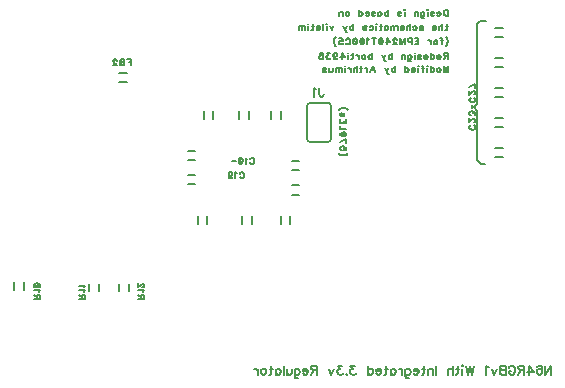
<source format=gbo>
G04 DipTrace 3.3.1.1*
G04 BottomSilk.gbo*
%MOIN*%
G04 #@! TF.FileFunction,Legend,Bot*
G04 #@! TF.Part,Single*
%ADD28C,0.006*%
%ADD47C,0.005*%
%FSLAX26Y26*%
G04*
G70*
G90*
G75*
G01*
G04 BotSilk*
%LPD*%
X1068700Y1062450D2*
D28*
X1093702D1*
X1068700Y1093702D2*
X1093702D1*
X1281202Y931200D2*
Y956202D1*
X1249950Y931200D2*
Y956202D1*
X1440577Y1140576D2*
X1415575D1*
X1440577Y1109324D2*
X1415575D1*
X1240575Y1306202D2*
Y1281200D1*
X1271827Y1306202D2*
Y1281200D1*
X1068700Y1143699D2*
X1093702D1*
X1068700Y1174951D2*
X1093702D1*
X1134327Y931200D2*
Y956202D1*
X1103075Y931200D2*
Y956202D1*
X1409327Y931200D2*
Y956202D1*
X1378075Y931200D2*
Y956202D1*
X1440577Y1059327D2*
X1415575D1*
X1440577Y1028075D2*
X1415575D1*
X1346824Y1306202D2*
Y1281200D1*
X1378076Y1306202D2*
Y1281200D1*
X1121824Y1306202D2*
Y1281200D1*
X1153076Y1306202D2*
Y1281200D1*
X2118702Y1484327D2*
X2093700D1*
X2118702Y1453075D2*
X2093700D1*
X2118702Y1384327D2*
X2093700D1*
X2118702Y1353075D2*
X2093700D1*
X2118702Y1284327D2*
X2093700D1*
X2118702Y1253075D2*
X2093700D1*
X2118702Y1584327D2*
X2093700D1*
X2118702Y1553075D2*
X2093700D1*
X2118702Y1184327D2*
X2093700D1*
X2118702Y1153075D2*
X2093700D1*
X839665Y1403076D2*
X864666D1*
X839665Y1434326D2*
X864666D1*
X1546201Y1213698D2*
Y1323704D1*
X1466201Y1213698D2*
G03X1476201Y1203701I9992J-5D01*
G01*
Y1333701D2*
G03X1466201Y1323704I-8J-9992D01*
G01*
X1536201Y1333701D2*
G02X1546201Y1323704I8J-9992D01*
G01*
Y1213698D2*
G02X1536201Y1203701I-9992J-5D01*
G01*
X1476201D1*
X1536201Y1333701D2*
X1476201D1*
X1466201Y1323704D2*
Y1213698D1*
X490576Y735237D2*
Y710235D1*
X521826Y735237D2*
Y710235D1*
X740576Y731202D2*
Y706200D1*
X771826Y731202D2*
Y706200D1*
X840576Y731202D2*
Y706200D1*
X871826Y731202D2*
Y706200D1*
X2062450Y1606201D2*
X2043701D1*
X2034325Y1596825D1*
Y1331201D1*
X2021825Y1318701D1*
X2034325Y1306201D1*
Y1143701D1*
X2046825Y1131201D1*
X2059325D1*
X2022561Y1258879D2*
D47*
X2024463Y1257928D1*
X2026386Y1256005D1*
X2027337Y1254104D1*
Y1250279D1*
X2026386Y1248356D1*
X2024463Y1246454D1*
X2022561Y1245482D1*
X2019687Y1244531D1*
X2014890D1*
X2012038Y1245482D1*
X2010115Y1246454D1*
X2008213Y1248356D1*
X2007241Y1250279D1*
Y1254104D1*
X2008213Y1256005D1*
X2010115Y1257928D1*
X2012038Y1258879D1*
X2022539Y1269852D2*
X2023490D1*
X2025413Y1270802D1*
X2026364Y1271753D1*
X2027314Y1273676D1*
Y1277501D1*
X2026364Y1279402D1*
X2025413Y1280353D1*
X2023490Y1281326D1*
X2021589D1*
X2019665Y1280353D1*
X2016813Y1278452D1*
X2007241Y1268879D1*
Y1282276D1*
X2027314Y1294200D2*
Y1304701D1*
X2019665Y1298975D1*
Y1301849D1*
X2018714Y1303750D1*
X2017764Y1304701D1*
X2014890Y1305674D1*
X2012989D1*
X2010115Y1304701D1*
X2008191Y1302800D1*
X2007241Y1299925D1*
Y1297051D1*
X2008191Y1294200D1*
X2009164Y1293249D1*
X2011065Y1292276D1*
X2017277Y1315674D2*
Y1326727D1*
X2022561Y1351075D2*
X2024462Y1350125D1*
X2026386Y1348201D1*
X2027337Y1346300D1*
Y1342475D1*
X2026386Y1340552D1*
X2024463Y1338651D1*
X2022561Y1337678D1*
X2019687Y1336727D1*
X2014890D1*
X2012038Y1337678D1*
X2010115Y1338651D1*
X2008213Y1340552D1*
X2007241Y1342475D1*
Y1346300D1*
X2008213Y1348201D1*
X2010115Y1350125D1*
X2012038Y1351075D1*
X2022539Y1362048D2*
X2023490D1*
X2025413Y1362999D1*
X2026364Y1363949D1*
X2027314Y1365873D1*
Y1369697D1*
X2026364Y1371599D1*
X2025413Y1372549D1*
X2023490Y1373522D1*
X2021588D1*
X2019665Y1372549D1*
X2016813Y1370648D1*
X2007241Y1361075D1*
Y1374473D1*
X2007240Y1388297D2*
X2027314Y1397870D1*
Y1384473D1*
X1276152Y1146186D2*
X1277102Y1148087D1*
X1279026Y1150011D1*
X1280927Y1150961D1*
X1284751D1*
X1286675Y1150011D1*
X1288576Y1148087D1*
X1289549Y1146186D1*
X1290499Y1143312D1*
Y1138515D1*
X1289549Y1135663D1*
X1288576Y1133739D1*
X1286675Y1131838D1*
X1284751Y1130865D1*
X1280927D1*
X1279026Y1131838D1*
X1277102Y1133739D1*
X1276152Y1135663D1*
X1266152Y1147114D2*
X1264228Y1148087D1*
X1261354Y1150939D1*
Y1130865D1*
X1245606Y1150939D2*
X1248480Y1149988D1*
X1250403Y1147114D1*
X1251354Y1142339D1*
Y1139465D1*
X1250403Y1134690D1*
X1248480Y1131816D1*
X1245606Y1130865D1*
X1243705D1*
X1240831Y1131816D1*
X1238930Y1134690D1*
X1237957Y1139465D1*
Y1142339D1*
X1238930Y1147114D1*
X1240831Y1149988D1*
X1243705Y1150939D1*
X1245606D1*
X1238930Y1147114D2*
X1250403Y1134690D1*
X1227957Y1140902D2*
X1216903D1*
X1241885Y1098186D2*
X1242835Y1100087D1*
X1244759Y1102011D1*
X1246660Y1102961D1*
X1250484D1*
X1252408Y1102011D1*
X1254309Y1100087D1*
X1255282Y1098186D1*
X1256232Y1095312D1*
Y1090515D1*
X1255282Y1087663D1*
X1254309Y1085739D1*
X1252408Y1083838D1*
X1250484Y1082865D1*
X1246660D1*
X1244759Y1083838D1*
X1242835Y1085739D1*
X1241885Y1087663D1*
X1231885Y1099114D2*
X1229961Y1100087D1*
X1227087Y1102939D1*
Y1082865D1*
X1204640Y1096263D2*
X1205613Y1093389D1*
X1207514Y1091465D1*
X1210388Y1090515D1*
X1211339D1*
X1214213Y1091465D1*
X1216114Y1093389D1*
X1217087Y1096263D1*
Y1097213D1*
X1216114Y1100087D1*
X1214213Y1101988D1*
X1211339Y1102939D1*
X1210388D1*
X1207514Y1101988D1*
X1205613Y1100087D1*
X1204640Y1096263D1*
Y1091465D1*
X1205613Y1086690D1*
X1207514Y1083816D1*
X1210388Y1082865D1*
X1212290D1*
X1215164Y1083816D1*
X1216114Y1085739D1*
X2260429Y458341D2*
Y428197D1*
X2280525Y458341D1*
Y428197D1*
X2233218Y454030D2*
X2234644Y456882D1*
X2238955Y458308D1*
X2241807D1*
X2246118Y456882D1*
X2249003Y452571D1*
X2250429Y445408D1*
Y438245D1*
X2249003Y432508D1*
X2246118Y429623D1*
X2241807Y428197D1*
X2240381D1*
X2236103Y429623D1*
X2233218Y432508D1*
X2231792Y436820D1*
Y438245D1*
X2233218Y442556D1*
X2236103Y445408D1*
X2240381Y446834D1*
X2241807D1*
X2246118Y445408D1*
X2249003Y442556D1*
X2250429Y438245D1*
X2207433Y428197D2*
Y458308D1*
X2221792Y438245D1*
X2200270D1*
X2190270Y443982D2*
X2177370D1*
X2173059Y445442D1*
X2171600Y446868D1*
X2170174Y449719D1*
Y452604D1*
X2171600Y455456D1*
X2173059Y456916D1*
X2177370Y458341D1*
X2190270D1*
Y428197D1*
X2180222Y443982D2*
X2170174Y428197D1*
X2138652Y451179D2*
X2140078Y454030D1*
X2142963Y456916D1*
X2145815Y458341D1*
X2151552D1*
X2154437Y456916D1*
X2157289Y454030D1*
X2158748Y451179D1*
X2160174Y446868D1*
Y439671D1*
X2158748Y435394D1*
X2157289Y432508D1*
X2154437Y429657D1*
X2151552Y428197D1*
X2145815D1*
X2142963Y429657D1*
X2140078Y432508D1*
X2138652Y435394D1*
Y439671D1*
X2145815D1*
X2128652Y458341D2*
Y428197D1*
X2115719D1*
X2111408Y429657D1*
X2109982Y431083D1*
X2108556Y433934D1*
Y438245D1*
X2109982Y441131D1*
X2111408Y442556D1*
X2115719Y443982D1*
X2111408Y445442D1*
X2109982Y446868D1*
X2108556Y449719D1*
Y452604D1*
X2109982Y455456D1*
X2111408Y456916D1*
X2115719Y458341D1*
X2128652D1*
Y443982D2*
X2115719D1*
X2098556Y448293D2*
X2089934Y428197D1*
X2081345Y448293D1*
X2071345Y452571D2*
X2068460Y454030D1*
X2064149Y458308D1*
Y428197D1*
X2024252Y458341D2*
X2017056Y428197D1*
X2009893Y458341D1*
X2002730Y428197D1*
X1995534Y458341D1*
X1985534D2*
X1984108Y456916D1*
X1982649Y458341D1*
X1984108Y459801D1*
X1985534Y458341D1*
X1984108Y448293D2*
Y428197D1*
X1968338Y458341D2*
Y433934D1*
X1966912Y429657D1*
X1964027Y428197D1*
X1961175D1*
X1972649Y448293D2*
X1962601D1*
X1951175Y458341D2*
Y428197D1*
Y442556D2*
X1946864Y446868D1*
X1943979Y448293D1*
X1939668D1*
X1936816Y446868D1*
X1935390Y442556D1*
Y428197D1*
X1895493Y458341D2*
Y428197D1*
X1885493Y448293D2*
Y428197D1*
Y442556D2*
X1881182Y446868D1*
X1878297Y448293D1*
X1874019D1*
X1871134Y446868D1*
X1869708Y442556D1*
Y428197D1*
X1855397Y458341D2*
Y433934D1*
X1853971Y429657D1*
X1851086Y428197D1*
X1848234D1*
X1859708Y448293D2*
X1849660D1*
X1838234Y439671D2*
X1821023D1*
Y442556D1*
X1822449Y445442D1*
X1823875Y446868D1*
X1826760Y448293D1*
X1831071D1*
X1833923Y446868D1*
X1836808Y443982D1*
X1838234Y439671D1*
Y436820D1*
X1836808Y432508D1*
X1833923Y429657D1*
X1831071Y428197D1*
X1826760D1*
X1823875Y429657D1*
X1821023Y432508D1*
X1793812Y446868D2*
Y423886D1*
X1795238Y419609D1*
X1796664Y418149D1*
X1799549Y416724D1*
X1803860D1*
X1806712Y418149D1*
X1793812Y442556D2*
X1796664Y445408D1*
X1799549Y446868D1*
X1803860D1*
X1806712Y445408D1*
X1809597Y442556D1*
X1811023Y438245D1*
Y435360D1*
X1809597Y431083D1*
X1806712Y428197D1*
X1803860Y426772D1*
X1799549D1*
X1796664Y428197D1*
X1793812Y431083D1*
X1783812Y448293D2*
Y428197D1*
Y439671D2*
X1782353Y443982D1*
X1779501Y446868D1*
X1776616Y448293D1*
X1772305D1*
X1745094D2*
Y428197D1*
Y443982D2*
X1747946Y446868D1*
X1750831Y448293D1*
X1755109D1*
X1757994Y446868D1*
X1760846Y443982D1*
X1762305Y439671D1*
Y436820D1*
X1760846Y432508D1*
X1757994Y429657D1*
X1755109Y428197D1*
X1750831D1*
X1747946Y429657D1*
X1745094Y432508D1*
X1730783Y458341D2*
Y433934D1*
X1729357Y429657D1*
X1726472Y428197D1*
X1723620D1*
X1735094Y448293D2*
X1725046D1*
X1713620Y439671D2*
X1696409D1*
Y442556D1*
X1697835Y445442D1*
X1699261Y446868D1*
X1702146Y448293D1*
X1706457D1*
X1709309Y446868D1*
X1712194Y443982D1*
X1713620Y439671D1*
Y436820D1*
X1712194Y432508D1*
X1709309Y429657D1*
X1706457Y428197D1*
X1702146D1*
X1699261Y429657D1*
X1696409Y432508D1*
X1669198Y458341D2*
Y428197D1*
Y443982D2*
X1672050Y446868D1*
X1674935Y448293D1*
X1679246D1*
X1682098Y446868D1*
X1684983Y443982D1*
X1686409Y439671D1*
Y436820D1*
X1684983Y432508D1*
X1682098Y429657D1*
X1679246Y428197D1*
X1674935D1*
X1672050Y429657D1*
X1669198Y432508D1*
X1626416Y458308D2*
X1610664D1*
X1619253Y446834D1*
X1614942D1*
X1612090Y445408D1*
X1610664Y443982D1*
X1609205Y439671D1*
Y436820D1*
X1610664Y432508D1*
X1613516Y429623D1*
X1617827Y428197D1*
X1622138D1*
X1626416Y429623D1*
X1627842Y431083D1*
X1629301Y433934D1*
X1597779Y431083D2*
X1599205Y429623D1*
X1597779Y428197D1*
X1596320Y429623D1*
X1597779Y431083D1*
X1583435Y458308D2*
X1567683D1*
X1576272Y446834D1*
X1571961D1*
X1569109Y445408D1*
X1567683Y443982D1*
X1566224Y439671D1*
Y436820D1*
X1567683Y432508D1*
X1570535Y429623D1*
X1574846Y428197D1*
X1579157D1*
X1583435Y429623D1*
X1584861Y431083D1*
X1586320Y433934D1*
X1556224Y448293D2*
X1547602Y428197D1*
X1539013Y448293D1*
X1499116Y443982D2*
X1486216D1*
X1481905Y445442D1*
X1480446Y446868D1*
X1479020Y449719D1*
Y452604D1*
X1480446Y455456D1*
X1481905Y456916D1*
X1486216Y458341D1*
X1499116D1*
Y428197D1*
X1489068Y443982D2*
X1479020Y428197D1*
X1469020Y439671D2*
X1451809D1*
Y442556D1*
X1453235Y445442D1*
X1454661Y446868D1*
X1457546Y448293D1*
X1461857D1*
X1464709Y446868D1*
X1467594Y443982D1*
X1469020Y439671D1*
Y436820D1*
X1467594Y432508D1*
X1464709Y429657D1*
X1461857Y428197D1*
X1457546D1*
X1454661Y429657D1*
X1451809Y432508D1*
X1424598Y446868D2*
Y423886D1*
X1426024Y419609D1*
X1427450Y418149D1*
X1430335Y416724D1*
X1434646D1*
X1437498Y418149D1*
X1424598Y442556D2*
X1427450Y445408D1*
X1430335Y446868D1*
X1434646D1*
X1437498Y445408D1*
X1440383Y442556D1*
X1441809Y438245D1*
Y435360D1*
X1440383Y431083D1*
X1437498Y428197D1*
X1434646Y426772D1*
X1430335D1*
X1427450Y428197D1*
X1424598Y431083D1*
X1414598Y448293D2*
Y433934D1*
X1413173Y429657D1*
X1410287Y428197D1*
X1405976D1*
X1403125Y429657D1*
X1398813Y433934D1*
Y448293D2*
Y428197D1*
X1388813Y458341D2*
Y428197D1*
X1361603Y448293D2*
Y428197D1*
Y443982D2*
X1364454Y446868D1*
X1367340Y448293D1*
X1371617D1*
X1374502Y446868D1*
X1377354Y443982D1*
X1378813Y439671D1*
Y436820D1*
X1377354Y432508D1*
X1374502Y429657D1*
X1371617Y428197D1*
X1367340D1*
X1364454Y429657D1*
X1361603Y432508D1*
X1347292Y458341D2*
Y433934D1*
X1345866Y429657D1*
X1342981Y428197D1*
X1340129D1*
X1351603Y448293D2*
X1341555D1*
X1322966D2*
X1325818Y446868D1*
X1328703Y443982D1*
X1330129Y439671D1*
Y436820D1*
X1328703Y432508D1*
X1325818Y429657D1*
X1322966Y428197D1*
X1318655D1*
X1315770Y429657D1*
X1312918Y432508D1*
X1311459Y436820D1*
Y439671D1*
X1312918Y443982D1*
X1315770Y446868D1*
X1318655Y448293D1*
X1322966D1*
X1301459D2*
Y428197D1*
Y439671D2*
X1299999Y443982D1*
X1297148Y446868D1*
X1294262Y448293D1*
X1289951D1*
X1507591Y1384966D2*
D28*
Y1362018D1*
X1509017Y1357707D1*
X1510476Y1356281D1*
X1513328Y1354822D1*
X1516213D1*
X1519065Y1356281D1*
X1520491Y1357707D1*
X1521950Y1362018D1*
Y1364870D1*
X1495591Y1379196D2*
X1492706Y1380655D1*
X1488395Y1384933D1*
Y1354822D1*
X1934952Y1490890D2*
D47*
X1926352D1*
X1923478Y1491863D1*
X1922505Y1492813D1*
X1921554Y1494715D1*
Y1496638D1*
X1922505Y1498539D1*
X1923478Y1499512D1*
X1926352Y1500463D1*
X1934952D1*
Y1480367D1*
X1928253Y1490890D2*
X1921554Y1480367D1*
X1911554Y1488016D2*
X1900080D1*
Y1489939D1*
X1901031Y1491863D1*
X1901982Y1492813D1*
X1903905Y1493764D1*
X1906779D1*
X1908680Y1492813D1*
X1910604Y1490890D1*
X1911554Y1488016D1*
Y1486115D1*
X1910604Y1483241D1*
X1908680Y1481339D1*
X1906779Y1480367D1*
X1903905D1*
X1901982Y1481339D1*
X1900080Y1483241D1*
X1878607Y1500463D2*
Y1480367D1*
Y1490890D2*
X1880508Y1492813D1*
X1882431Y1493764D1*
X1885305D1*
X1887206Y1492813D1*
X1889130Y1490890D1*
X1890080Y1488016D1*
Y1486115D1*
X1889130Y1483241D1*
X1887206Y1481339D1*
X1885305Y1480367D1*
X1882431D1*
X1880508Y1481339D1*
X1878607Y1483241D1*
X1868607Y1488016D2*
X1857133D1*
Y1489939D1*
X1858083Y1491863D1*
X1859034Y1492813D1*
X1860957Y1493764D1*
X1863831D1*
X1865732Y1492813D1*
X1867656Y1490890D1*
X1868607Y1488016D1*
Y1486115D1*
X1867656Y1483241D1*
X1865732Y1481339D1*
X1863831Y1480367D1*
X1860957D1*
X1859034Y1481339D1*
X1857133Y1483241D1*
X1836609Y1490890D2*
X1837560Y1492813D1*
X1840434Y1493764D1*
X1843308D1*
X1846182Y1492813D1*
X1847133Y1490890D1*
X1846182Y1488989D1*
X1844259Y1488016D1*
X1839483Y1487065D1*
X1837560Y1486115D1*
X1836609Y1484191D1*
Y1483241D1*
X1837560Y1481339D1*
X1840434Y1480367D1*
X1843308D1*
X1846182Y1481339D1*
X1847133Y1483241D1*
X1826609Y1500463D2*
X1825659Y1499512D1*
X1824686Y1500463D1*
X1825659Y1501435D1*
X1826609Y1500463D1*
X1825659Y1493764D2*
Y1480367D1*
X1803212Y1492813D2*
Y1477493D1*
X1804163Y1474641D1*
X1805113Y1473668D1*
X1807037Y1472717D1*
X1809911D1*
X1811812Y1473668D1*
X1803212Y1489939D2*
X1805113Y1491841D1*
X1807037Y1492813D1*
X1809911D1*
X1811812Y1491841D1*
X1813735Y1489939D1*
X1814686Y1487065D1*
Y1485142D1*
X1813735Y1482290D1*
X1811812Y1480367D1*
X1809911Y1479416D1*
X1807037D1*
X1805113Y1480367D1*
X1803212Y1482290D1*
X1793212Y1493764D2*
Y1480367D1*
Y1489939D2*
X1790338Y1492813D1*
X1788414Y1493764D1*
X1785563D1*
X1783639Y1492813D1*
X1782689Y1489939D1*
Y1480367D1*
X1749424Y1500463D2*
Y1480367D1*
Y1490890D2*
X1747501Y1492813D1*
X1745599Y1493764D1*
X1742725D1*
X1740824Y1492813D1*
X1738901Y1490890D1*
X1737950Y1488016D1*
Y1486115D1*
X1738901Y1483241D1*
X1740824Y1481339D1*
X1742725Y1480367D1*
X1745599D1*
X1747501Y1481339D1*
X1749424Y1483241D1*
X1726977Y1493764D2*
X1721251Y1480367D1*
X1723153Y1476542D1*
X1725076Y1474619D1*
X1726977Y1473668D1*
X1727950D1*
X1715503Y1493764D2*
X1721251Y1480367D1*
X1682239Y1500463D2*
Y1480367D1*
Y1490890D2*
X1680315Y1492813D1*
X1678414Y1493764D1*
X1675540D1*
X1673639Y1492813D1*
X1671715Y1490890D1*
X1670765Y1488016D1*
Y1486115D1*
X1671715Y1483241D1*
X1673639Y1481339D1*
X1675540Y1480367D1*
X1678414D1*
X1680315Y1481339D1*
X1682239Y1483241D1*
X1655989Y1493764D2*
X1657891Y1492813D1*
X1659814Y1490890D1*
X1660765Y1488016D1*
Y1486115D1*
X1659814Y1483241D1*
X1657891Y1481339D1*
X1655989Y1480367D1*
X1653115D1*
X1651192Y1481339D1*
X1649291Y1483241D1*
X1648318Y1486115D1*
Y1488016D1*
X1649291Y1490890D1*
X1651192Y1492813D1*
X1653115Y1493764D1*
X1655989D1*
X1638318D2*
Y1480367D1*
Y1488016D2*
X1637345Y1490890D1*
X1635444Y1492813D1*
X1633520Y1493764D1*
X1630646D1*
X1617772Y1500463D2*
Y1484191D1*
X1616822Y1481339D1*
X1614898Y1480367D1*
X1612997D1*
X1620646Y1493764D2*
X1613948D1*
X1602997Y1500463D2*
X1602047Y1499512D1*
X1601074Y1500463D1*
X1602047Y1501435D1*
X1602997Y1500463D1*
X1602047Y1493764D2*
Y1480367D1*
X1581501D2*
Y1500440D1*
X1591074Y1487065D1*
X1576726D1*
X1554279Y1493764D2*
X1555252Y1490890D1*
X1557153Y1488966D1*
X1560027Y1488016D1*
X1560978D1*
X1563852Y1488966D1*
X1565753Y1490890D1*
X1566726Y1493764D1*
Y1494715D1*
X1565753Y1497589D1*
X1563852Y1499490D1*
X1560978Y1500440D1*
X1560027D1*
X1557153Y1499490D1*
X1555252Y1497589D1*
X1554279Y1493764D1*
Y1488966D1*
X1555252Y1484191D1*
X1557153Y1481317D1*
X1560027Y1480367D1*
X1561928D1*
X1564802Y1481317D1*
X1565753Y1483241D1*
X1542356Y1500440D2*
X1531855D1*
X1537580Y1492791D1*
X1534706D1*
X1532805Y1491841D1*
X1531855Y1490890D1*
X1530882Y1488016D1*
Y1486115D1*
X1531855Y1483241D1*
X1533756Y1481317D1*
X1536630Y1480367D1*
X1539504D1*
X1542356Y1481317D1*
X1543306Y1482290D1*
X1544279Y1484191D1*
X1516107Y1500440D2*
X1518958Y1499490D1*
X1519931Y1497589D1*
Y1495665D1*
X1518958Y1493764D1*
X1517057Y1492791D1*
X1513232Y1491841D1*
X1510358Y1490890D1*
X1508457Y1488966D1*
X1507507Y1487065D1*
Y1484191D1*
X1508457Y1482290D1*
X1509408Y1481317D1*
X1512282Y1480367D1*
X1516107D1*
X1518958Y1481317D1*
X1519931Y1482290D1*
X1520882Y1484191D1*
Y1487065D1*
X1519931Y1488966D1*
X1518008Y1490890D1*
X1515156Y1491841D1*
X1511331Y1492791D1*
X1509408Y1493764D1*
X1508457Y1495665D1*
Y1497589D1*
X1509408Y1499490D1*
X1512282Y1500440D1*
X1516107D1*
X1928252Y1553701D2*
X1930176Y1551800D1*
X1932077Y1548925D1*
X1934000Y1545101D1*
X1934951Y1540303D1*
Y1536479D1*
X1934000Y1531704D1*
X1932077Y1527879D1*
X1930176Y1525005D1*
X1928252Y1523104D1*
X1910603Y1548461D2*
X1912504D1*
X1914428Y1547511D1*
X1915378Y1544637D1*
Y1528365D1*
X1918252Y1541763D2*
X1911554D1*
X1895828D2*
X1897729Y1540812D1*
X1899652Y1538889D1*
X1900603Y1536015D1*
Y1534113D1*
X1899652Y1531239D1*
X1897729Y1529338D1*
X1895828Y1528365D1*
X1892954D1*
X1891030Y1529338D1*
X1889129Y1531239D1*
X1888156Y1534113D1*
Y1536015D1*
X1889129Y1538889D1*
X1891030Y1540812D1*
X1892954Y1541763D1*
X1895828D1*
X1878156D2*
Y1528365D1*
Y1536015D2*
X1877184Y1538889D1*
X1875282Y1540812D1*
X1873359Y1541763D1*
X1870485D1*
X1824796Y1548461D2*
X1837220D1*
Y1528365D1*
X1824796D1*
X1837220Y1538889D2*
X1829571D1*
X1814796Y1537938D2*
X1806174D1*
X1803322Y1538889D1*
X1802349Y1539861D1*
X1801398Y1541763D1*
Y1544637D1*
X1802349Y1546538D1*
X1803322Y1547511D1*
X1806174Y1548461D1*
X1814796D1*
Y1528365D1*
X1776100D2*
Y1548461D1*
X1783749Y1528365D1*
X1791398Y1548461D1*
Y1528365D1*
X1765127Y1543664D2*
Y1544614D1*
X1764176Y1546538D1*
X1763226Y1547488D1*
X1761302Y1548439D1*
X1757478D1*
X1755576Y1547488D1*
X1754626Y1546538D1*
X1753653Y1544614D1*
Y1542713D1*
X1754626Y1540790D1*
X1756527Y1537938D1*
X1766100Y1528365D1*
X1752702D1*
X1733130D2*
Y1548439D1*
X1742702Y1535064D1*
X1728354D1*
X1712606Y1548439D2*
X1715480Y1547488D1*
X1717404Y1544614D1*
X1718354Y1539839D1*
Y1536965D1*
X1717404Y1532190D1*
X1715480Y1529316D1*
X1712606Y1528365D1*
X1710705D1*
X1707831Y1529316D1*
X1705930Y1532190D1*
X1704957Y1536965D1*
Y1539839D1*
X1705930Y1544614D1*
X1707831Y1547488D1*
X1710705Y1548439D1*
X1712606D1*
X1705930Y1544614D2*
X1717404Y1532190D1*
X1688258Y1548461D2*
Y1528365D1*
X1694957Y1548461D2*
X1681560D1*
X1671560Y1544614D2*
X1669636Y1545587D1*
X1666762Y1548439D1*
Y1528365D1*
X1651014Y1548439D2*
X1653888Y1547488D1*
X1655812Y1544614D1*
X1656762Y1539839D1*
Y1536965D1*
X1655812Y1532190D1*
X1653888Y1529316D1*
X1651014Y1528365D1*
X1649113D1*
X1646239Y1529316D1*
X1644338Y1532190D1*
X1643365Y1536965D1*
Y1539839D1*
X1644338Y1544614D1*
X1646239Y1547488D1*
X1649113Y1548439D1*
X1651014D1*
X1644338Y1544614D2*
X1655812Y1532190D1*
X1627617Y1548439D2*
X1630491Y1547488D1*
X1632414Y1544614D1*
X1633365Y1539839D1*
Y1536965D1*
X1632414Y1532190D1*
X1630491Y1529316D1*
X1627617Y1528365D1*
X1625716D1*
X1622842Y1529316D1*
X1620940Y1532190D1*
X1619968Y1536965D1*
Y1539839D1*
X1620940Y1544614D1*
X1622842Y1547488D1*
X1625716Y1548439D1*
X1627617D1*
X1620940Y1544614D2*
X1632414Y1532190D1*
X1595620Y1543686D2*
X1596570Y1545587D1*
X1598494Y1547511D1*
X1600395Y1548461D1*
X1604220D1*
X1606143Y1547511D1*
X1608044Y1545587D1*
X1609017Y1543686D1*
X1609968Y1540812D1*
Y1536015D1*
X1609017Y1533163D1*
X1608044Y1531239D1*
X1606143Y1529338D1*
X1604220Y1528365D1*
X1600395D1*
X1598494Y1529338D1*
X1596570Y1531239D1*
X1595620Y1533163D1*
X1574146Y1548439D2*
X1583696D1*
X1584647Y1539839D1*
X1583696Y1540790D1*
X1580822Y1541763D1*
X1577970D1*
X1575096Y1540790D1*
X1573173Y1538889D1*
X1572222Y1536015D1*
Y1534113D1*
X1573173Y1531239D1*
X1575096Y1529316D1*
X1577970Y1528365D1*
X1580822D1*
X1583696Y1529316D1*
X1584647Y1530289D1*
X1585620Y1532190D1*
X1562222Y1553701D2*
X1560299Y1551800D1*
X1558398Y1548925D1*
X1556474Y1545101D1*
X1555524Y1540303D1*
Y1536479D1*
X1556474Y1531704D1*
X1558398Y1527879D1*
X1560299Y1525005D1*
X1562222Y1523104D1*
X1932077Y1596463D2*
Y1580191D1*
X1931126Y1577339D1*
X1929203Y1576367D1*
X1927301D1*
X1934951Y1589764D2*
X1928252D1*
X1917301Y1596463D2*
Y1576367D1*
Y1585939D2*
X1914427Y1588813D1*
X1912504Y1589764D1*
X1909630D1*
X1907729Y1588813D1*
X1906778Y1585939D1*
Y1576367D1*
X1896778Y1584016D2*
X1885304D1*
Y1585939D1*
X1886255Y1587863D1*
X1887205Y1588813D1*
X1889129Y1589764D1*
X1892003D1*
X1893904Y1588813D1*
X1895827Y1586890D1*
X1896778Y1584016D1*
Y1582115D1*
X1895827Y1579241D1*
X1893904Y1577339D1*
X1892003Y1576367D1*
X1889129D1*
X1887205Y1577339D1*
X1885304Y1579241D1*
X1841516Y1586890D2*
X1842467Y1588813D1*
X1845341Y1589764D1*
X1848215D1*
X1851089Y1588813D1*
X1852039Y1586890D1*
X1851089Y1584989D1*
X1849165Y1584016D1*
X1844390Y1583065D1*
X1842467Y1582115D1*
X1841516Y1580191D1*
Y1579241D1*
X1842467Y1577339D1*
X1845341Y1576367D1*
X1848215D1*
X1851089Y1577339D1*
X1852039Y1579241D1*
X1820020Y1586890D2*
X1821943Y1588813D1*
X1823867Y1589764D1*
X1826719D1*
X1828642Y1588813D1*
X1830543Y1586890D1*
X1831516Y1584016D1*
Y1582115D1*
X1830543Y1579241D1*
X1828642Y1577339D1*
X1826719Y1576367D1*
X1823867D1*
X1821943Y1577339D1*
X1820020Y1579241D1*
X1810020Y1596463D2*
Y1576367D1*
Y1585939D2*
X1807146Y1588813D1*
X1805223Y1589764D1*
X1802349D1*
X1800447Y1588813D1*
X1799497Y1585939D1*
Y1576367D1*
X1789497Y1584016D2*
X1778023D1*
Y1585939D1*
X1778973Y1587863D1*
X1779924Y1588813D1*
X1781847Y1589764D1*
X1784721D1*
X1786623Y1588813D1*
X1788546Y1586890D1*
X1789497Y1584016D1*
Y1582115D1*
X1788546Y1579241D1*
X1786623Y1577339D1*
X1784721Y1576367D1*
X1781847D1*
X1779924Y1577339D1*
X1778023Y1579241D1*
X1768023Y1589764D2*
Y1576367D1*
Y1585939D2*
X1765149Y1588813D1*
X1763225Y1589764D1*
X1760373D1*
X1758450Y1588813D1*
X1757499Y1585939D1*
Y1576367D1*
Y1585939D2*
X1754625Y1588813D1*
X1752702Y1589764D1*
X1749850D1*
X1747927Y1588813D1*
X1746954Y1585939D1*
Y1576367D1*
X1725480Y1589764D2*
Y1576367D1*
Y1586890D2*
X1727381Y1588813D1*
X1729305Y1589764D1*
X1732157D1*
X1734080Y1588813D1*
X1735981Y1586890D1*
X1736954Y1584016D1*
Y1582115D1*
X1735981Y1579241D1*
X1734080Y1577339D1*
X1732157Y1576367D1*
X1729305D1*
X1727381Y1577339D1*
X1725480Y1579241D1*
X1712606Y1596463D2*
Y1580191D1*
X1711655Y1577339D1*
X1709732Y1576367D1*
X1707831D1*
X1715480Y1589764D2*
X1708781D1*
X1697831Y1596463D2*
X1696880Y1595512D1*
X1695907Y1596463D1*
X1696880Y1597435D1*
X1697831Y1596463D1*
X1696880Y1589764D2*
Y1576367D1*
X1674411Y1586890D2*
X1676335Y1588813D1*
X1678258Y1589764D1*
X1681110D1*
X1683033Y1588813D1*
X1684935Y1586890D1*
X1685907Y1584016D1*
Y1582115D1*
X1684935Y1579241D1*
X1683033Y1577339D1*
X1681110Y1576367D1*
X1678258D1*
X1676335Y1577339D1*
X1674411Y1579241D1*
X1653888Y1586890D2*
X1654839Y1588813D1*
X1657713Y1589764D1*
X1660587D1*
X1663461Y1588813D1*
X1664411Y1586890D1*
X1663461Y1584989D1*
X1661537Y1584016D1*
X1656762Y1583065D1*
X1654839Y1582115D1*
X1653888Y1580191D1*
Y1579241D1*
X1654839Y1577339D1*
X1657713Y1576367D1*
X1660587D1*
X1663461Y1577339D1*
X1664411Y1579241D1*
X1620623Y1596463D2*
Y1576367D1*
Y1586890D2*
X1618700Y1588813D1*
X1616799Y1589764D1*
X1613925D1*
X1612023Y1588813D1*
X1610100Y1586890D1*
X1609149Y1584016D1*
Y1582115D1*
X1610100Y1579241D1*
X1612023Y1577339D1*
X1613925Y1576367D1*
X1616799D1*
X1618700Y1577339D1*
X1620623Y1579241D1*
X1598177Y1589764D2*
X1592451Y1576367D1*
X1594352Y1572542D1*
X1596275Y1570619D1*
X1598177Y1569668D1*
X1599149D1*
X1586703Y1589764D2*
X1592451Y1576367D1*
X1553438Y1589764D2*
X1547690Y1576367D1*
X1541964Y1589764D1*
X1531964Y1596463D2*
X1531013Y1595512D1*
X1530041Y1596463D1*
X1531013Y1597435D1*
X1531964Y1596463D1*
X1531013Y1589764D2*
Y1576367D1*
X1520041Y1596463D2*
Y1576367D1*
X1510041Y1584016D2*
X1498567D1*
Y1585939D1*
X1499517Y1587863D1*
X1500468Y1588813D1*
X1502391Y1589764D1*
X1505265D1*
X1507167Y1588813D1*
X1509090Y1586890D1*
X1510041Y1584016D1*
Y1582115D1*
X1509090Y1579241D1*
X1507167Y1577339D1*
X1505265Y1576367D1*
X1502391D1*
X1500468Y1577339D1*
X1498567Y1579241D1*
X1485693Y1596463D2*
Y1580191D1*
X1484742Y1577339D1*
X1482819Y1576367D1*
X1480917D1*
X1488567Y1589764D2*
X1481868D1*
X1470917Y1596463D2*
X1469967Y1595512D1*
X1468994Y1596463D1*
X1469967Y1597435D1*
X1470917Y1596463D1*
X1469967Y1589764D2*
Y1576367D1*
X1458994Y1589764D2*
Y1576367D1*
Y1585939D2*
X1456120Y1588813D1*
X1454197Y1589764D1*
X1451345D1*
X1449421Y1588813D1*
X1448471Y1585939D1*
Y1576367D1*
Y1585939D2*
X1445597Y1588813D1*
X1443673Y1589764D1*
X1440821D1*
X1438898Y1588813D1*
X1437925Y1585939D1*
Y1576367D1*
X1934952Y1644461D2*
Y1624365D1*
X1928253D1*
X1925379Y1625338D1*
X1923456Y1627239D1*
X1922505Y1629163D1*
X1921554Y1632015D1*
Y1636812D1*
X1922505Y1639686D1*
X1923456Y1641587D1*
X1925379Y1643511D1*
X1928253Y1644461D1*
X1934952D1*
X1911554Y1632015D2*
X1900080D1*
Y1633938D1*
X1901031Y1635861D1*
X1901982Y1636812D1*
X1903905Y1637763D1*
X1906779D1*
X1908680Y1636812D1*
X1910604Y1634889D1*
X1911554Y1632015D1*
Y1630113D1*
X1910604Y1627239D1*
X1908680Y1625338D1*
X1906779Y1624365D1*
X1903905D1*
X1901982Y1625338D1*
X1900080Y1627239D1*
X1879557Y1634889D2*
X1880508Y1636812D1*
X1883382Y1637763D1*
X1886256D1*
X1889130Y1636812D1*
X1890080Y1634889D1*
X1889130Y1632987D1*
X1887206Y1632015D1*
X1882431Y1631064D1*
X1880508Y1630113D1*
X1879557Y1628190D1*
Y1627239D1*
X1880508Y1625338D1*
X1883382Y1624365D1*
X1886256D1*
X1889130Y1625338D1*
X1890080Y1627239D1*
X1869557Y1644461D2*
X1868607Y1643511D1*
X1867634Y1644461D1*
X1868607Y1645434D1*
X1869557Y1644461D1*
X1868607Y1637763D2*
Y1624365D1*
X1846160Y1636812D2*
Y1621491D1*
X1847110Y1618639D1*
X1848061Y1617667D1*
X1849984Y1616716D1*
X1852858D1*
X1854760Y1617667D1*
X1846160Y1633938D2*
X1848061Y1635839D1*
X1849984Y1636812D1*
X1852858D1*
X1854760Y1635839D1*
X1856683Y1633938D1*
X1857634Y1631064D1*
Y1629141D1*
X1856683Y1626289D1*
X1854760Y1624365D1*
X1852858Y1623415D1*
X1849984D1*
X1848061Y1624365D1*
X1846160Y1626289D1*
X1836160Y1637763D2*
Y1624365D1*
Y1633938D2*
X1833286Y1636812D1*
X1831362Y1637763D1*
X1828510D1*
X1826587Y1636812D1*
X1825636Y1633938D1*
Y1624365D1*
X1792372Y1644461D2*
X1791421Y1643511D1*
X1790448Y1644461D1*
X1791421Y1645434D1*
X1792372Y1644461D1*
X1791421Y1637763D2*
Y1624365D1*
X1769925Y1634889D2*
X1770876Y1636812D1*
X1773750Y1637763D1*
X1776624D1*
X1779498Y1636812D1*
X1780448Y1634889D1*
X1779498Y1632987D1*
X1777574Y1632015D1*
X1772799Y1631064D1*
X1770876Y1630113D1*
X1769925Y1628190D1*
Y1627239D1*
X1770876Y1625338D1*
X1773750Y1624365D1*
X1776624D1*
X1779498Y1625338D1*
X1780448Y1627239D1*
X1736660Y1644461D2*
Y1624365D1*
Y1634889D2*
X1734737Y1636812D1*
X1732836Y1637763D1*
X1729962D1*
X1728060Y1636812D1*
X1726137Y1634889D1*
X1725186Y1632015D1*
Y1630113D1*
X1726137Y1627239D1*
X1728060Y1625338D1*
X1729962Y1624365D1*
X1732836D1*
X1734737Y1625338D1*
X1736660Y1627239D1*
X1703712Y1637763D2*
Y1624365D1*
Y1634889D2*
X1705614Y1636812D1*
X1707537Y1637763D1*
X1710389D1*
X1712312Y1636812D1*
X1714214Y1634889D1*
X1715186Y1632015D1*
Y1630113D1*
X1714214Y1627239D1*
X1712312Y1625338D1*
X1710389Y1624365D1*
X1707537D1*
X1705614Y1625338D1*
X1703712Y1627239D1*
X1683189Y1634889D2*
X1684140Y1636812D1*
X1687014Y1637763D1*
X1689888D1*
X1692762Y1636812D1*
X1693712Y1634889D1*
X1692762Y1632987D1*
X1690838Y1632015D1*
X1686063Y1631064D1*
X1684140Y1630113D1*
X1683189Y1628190D1*
Y1627239D1*
X1684140Y1625338D1*
X1687014Y1624365D1*
X1689888D1*
X1692762Y1625338D1*
X1693712Y1627239D1*
X1673189Y1632015D2*
X1661715D1*
Y1633938D1*
X1662666Y1635861D1*
X1663616Y1636812D1*
X1665540Y1637763D1*
X1668414D1*
X1670315Y1636812D1*
X1672239Y1634889D1*
X1673189Y1632015D1*
Y1630113D1*
X1672239Y1627239D1*
X1670315Y1625338D1*
X1668414Y1624365D1*
X1665540D1*
X1663616Y1625338D1*
X1661715Y1627239D1*
X1640241Y1644461D2*
Y1624365D1*
Y1634889D2*
X1642143Y1636812D1*
X1644066Y1637763D1*
X1646940D1*
X1648841Y1636812D1*
X1650765Y1634889D1*
X1651715Y1632015D1*
Y1630113D1*
X1650765Y1627239D1*
X1648841Y1625338D1*
X1646940Y1624365D1*
X1644066D1*
X1642143Y1625338D1*
X1640241Y1627239D1*
X1602201Y1637763D2*
X1604103Y1636812D1*
X1606026Y1634889D1*
X1606977Y1632015D1*
Y1630113D1*
X1606026Y1627239D1*
X1604103Y1625338D1*
X1602201Y1624365D1*
X1599327D1*
X1597404Y1625338D1*
X1595503Y1627239D1*
X1594530Y1630113D1*
Y1632015D1*
X1595503Y1634889D1*
X1597404Y1636812D1*
X1599327Y1637763D1*
X1602201D1*
X1584530D2*
Y1624365D1*
Y1633938D2*
X1581656Y1636812D1*
X1579732Y1637763D1*
X1576881D1*
X1574957Y1636812D1*
X1574007Y1633938D1*
Y1624365D1*
X565889Y680576D2*
Y689176D1*
X566861Y692050D1*
X567812Y693023D1*
X569713Y693973D1*
X571637D1*
X573538Y693023D1*
X574511Y692050D1*
X575461Y689176D1*
Y680576D1*
X555365D1*
X565889Y687275D2*
X555365Y693973D1*
X571614Y703973D2*
X572587Y705897D1*
X575439Y708771D1*
X555365D1*
X575439Y724519D2*
X574488Y721645D1*
X571614Y719721D1*
X566839Y718771D1*
X563965D1*
X559190Y719721D1*
X556316Y721645D1*
X555365Y724519D1*
Y726420D1*
X556316Y729294D1*
X559190Y731195D1*
X563965Y732168D1*
X566839D1*
X571614Y731195D1*
X574488Y729294D1*
X575439Y726420D1*
Y724519D1*
X571614Y731195D2*
X559190Y719721D1*
X715889Y680576D2*
X715888Y689176D1*
X716861Y692050D1*
X717812Y693023D1*
X719713Y693973D1*
X721637D1*
X723538Y693023D1*
X724511Y692050D1*
X725461Y689176D1*
Y680576D1*
X705365D1*
X715888Y687275D2*
X705365Y693973D1*
X721614Y703973D2*
X722587Y705897D1*
X725439Y708771D1*
X705365D1*
X721614Y718771D2*
X722587Y720694D1*
X725439Y723568D1*
X705365D1*
X912764Y680576D2*
Y689176D1*
X913737Y692050D1*
X914687Y693023D1*
X916588Y693973D1*
X918512D1*
X920413Y693023D1*
X921386Y692050D1*
X922337Y689176D1*
Y680576D1*
X902241D1*
X912764Y687275D2*
X902241Y693973D1*
X918490Y703973D2*
X919462Y705897D1*
X922314Y708771D1*
X902241D1*
X917539Y719743D2*
X918490D1*
X920413Y720694D1*
X921364Y721645D1*
X922314Y723568D1*
Y727393D1*
X921364Y729294D1*
X920413Y730244D1*
X918490Y731217D1*
X916589D1*
X914665Y730244D1*
X911813Y728343D1*
X902241Y718771D1*
Y732168D1*
X1921696Y1436617D2*
Y1456713D1*
X1929345Y1436617D1*
X1936995Y1456713D1*
Y1436617D1*
X1906921Y1450015D2*
X1908822Y1449064D1*
X1910746Y1447141D1*
X1911696Y1444267D1*
Y1442365D1*
X1910746Y1439491D1*
X1908822Y1437590D1*
X1906921Y1436617D1*
X1904047D1*
X1902123Y1437590D1*
X1900222Y1439491D1*
X1899249Y1442365D1*
Y1444267D1*
X1900222Y1447141D1*
X1902123Y1449064D1*
X1904047Y1450015D1*
X1906921D1*
X1877775Y1456713D2*
Y1436617D1*
Y1447141D2*
X1879677Y1449064D1*
X1881600Y1450015D1*
X1884474D1*
X1886375Y1449064D1*
X1888299Y1447141D1*
X1889249Y1444267D1*
Y1442365D1*
X1888299Y1439491D1*
X1886375Y1437590D1*
X1884474Y1436617D1*
X1881600D1*
X1879677Y1437590D1*
X1877775Y1439491D1*
X1867775Y1456713D2*
X1866825Y1455763D1*
X1865852Y1456713D1*
X1866825Y1457686D1*
X1867775Y1456713D1*
X1866825Y1450015D2*
Y1436617D1*
X1848203Y1456713D2*
X1850104D1*
X1852027Y1455763D1*
X1852978Y1452889D1*
Y1436617D1*
X1855852Y1450015D2*
X1849153D1*
X1838203Y1456713D2*
X1837252Y1455763D1*
X1836279Y1456713D1*
X1837252Y1457686D1*
X1838203Y1456713D1*
X1837252Y1450015D2*
Y1436617D1*
X1826279Y1444267D2*
X1814805D1*
Y1446190D1*
X1815756Y1448113D1*
X1816707Y1449064D1*
X1818630Y1450015D1*
X1821504D1*
X1823405Y1449064D1*
X1825329Y1447141D1*
X1826279Y1444267D1*
Y1442365D1*
X1825329Y1439491D1*
X1823405Y1437590D1*
X1821504Y1436617D1*
X1818630D1*
X1816707Y1437590D1*
X1814805Y1439491D1*
X1793332Y1456713D2*
Y1436617D1*
Y1447141D2*
X1795233Y1449064D1*
X1797156Y1450015D1*
X1800030D1*
X1801931Y1449064D1*
X1803855Y1447141D1*
X1804805Y1444267D1*
Y1442365D1*
X1803855Y1439491D1*
X1801931Y1437590D1*
X1800030Y1436617D1*
X1797156D1*
X1795233Y1437590D1*
X1793332Y1439491D1*
X1760067Y1456713D2*
Y1436617D1*
Y1447141D2*
X1758143Y1449064D1*
X1756242Y1450015D1*
X1753368D1*
X1751467Y1449064D1*
X1749544Y1447141D1*
X1748593Y1444267D1*
Y1442365D1*
X1749544Y1439491D1*
X1751467Y1437590D1*
X1753368Y1436617D1*
X1756242D1*
X1758143Y1437590D1*
X1760067Y1439491D1*
X1737620Y1450015D2*
X1731894Y1436617D1*
X1733795Y1432793D1*
X1735719Y1430869D1*
X1737620Y1429919D1*
X1738593D1*
X1726146Y1450015D2*
X1731894Y1436617D1*
X1677561D2*
X1685232Y1456713D1*
X1692881Y1436617D1*
X1690007Y1443316D2*
X1680435D1*
X1667561Y1450015D2*
Y1436617D1*
Y1444267D2*
X1666588Y1447141D1*
X1664687Y1449064D1*
X1662763Y1450015D1*
X1659889D1*
X1647015Y1456713D2*
Y1440442D1*
X1646065Y1437590D1*
X1644141Y1436617D1*
X1642240D1*
X1649889Y1450015D2*
X1643191D1*
X1632240Y1456713D2*
Y1436617D1*
Y1446190D2*
X1629366Y1449064D1*
X1627443Y1450015D1*
X1624569D1*
X1622667Y1449064D1*
X1621717Y1446190D1*
Y1436617D1*
X1611717Y1450015D2*
Y1436617D1*
Y1444267D2*
X1610744Y1447141D1*
X1608843Y1449064D1*
X1606919Y1450015D1*
X1604045D1*
X1594045Y1456713D2*
X1593095Y1455763D1*
X1592122Y1456713D1*
X1593095Y1457686D1*
X1594045Y1456713D1*
X1593095Y1450015D2*
Y1436617D1*
X1582122Y1450015D2*
Y1436617D1*
Y1446190D2*
X1579248Y1449064D1*
X1577325Y1450015D1*
X1574473D1*
X1572549Y1449064D1*
X1571599Y1446190D1*
Y1436617D1*
Y1446190D2*
X1568725Y1449064D1*
X1566801Y1450015D1*
X1563949D1*
X1562026Y1449064D1*
X1561053Y1446190D1*
Y1436617D1*
X1551053Y1450015D2*
Y1440442D1*
X1550103Y1437590D1*
X1548179Y1436617D1*
X1545305D1*
X1543404Y1437590D1*
X1540530Y1440442D1*
Y1450015D2*
Y1436617D1*
X1520007Y1447141D2*
X1520957Y1449064D1*
X1523831Y1450015D1*
X1526705D1*
X1529579Y1449064D1*
X1530530Y1447141D1*
X1529579Y1445239D1*
X1527656Y1444267D1*
X1522881Y1443316D1*
X1520957Y1442365D1*
X1520007Y1440442D1*
Y1439491D1*
X1520957Y1437590D1*
X1523831Y1436617D1*
X1526705D1*
X1529579Y1437590D1*
X1530530Y1439491D1*
X866253Y1478586D2*
X878699D1*
Y1458490D1*
Y1469013D2*
X871050D1*
X856253Y1478586D2*
Y1458490D1*
X847631D1*
X844757Y1459463D1*
X843806Y1460413D1*
X842855Y1462315D1*
Y1465189D1*
X843806Y1467112D1*
X844757Y1468063D1*
X847631Y1469013D1*
X844757Y1469986D1*
X843806Y1470937D1*
X842855Y1472838D1*
Y1474761D1*
X843806Y1476663D1*
X844757Y1477635D1*
X847631Y1478586D1*
X856253D1*
Y1469013D2*
X847631D1*
X831883Y1473789D2*
Y1474739D1*
X830932Y1476663D1*
X829981Y1477613D1*
X828058Y1478564D1*
X824233D1*
X822332Y1477613D1*
X821381Y1476663D1*
X820409Y1474739D1*
Y1472838D1*
X821381Y1470914D1*
X823283Y1468063D1*
X832855Y1458490D1*
X819458D1*
X1602576Y1165400D2*
X1600675Y1163477D1*
X1597801Y1161575D1*
X1593976Y1159652D1*
X1589179Y1158701D1*
X1585354D1*
X1580579Y1159652D1*
X1576754Y1161575D1*
X1573880Y1163477D1*
X1571979Y1165400D1*
X1597314Y1186874D2*
Y1177323D1*
X1588714Y1176373D1*
X1589665Y1177323D1*
X1590638Y1180197D1*
Y1183049D1*
X1589665Y1185923D1*
X1587764Y1187847D1*
X1584890Y1188797D1*
X1582989D1*
X1580115Y1187847D1*
X1578191Y1185923D1*
X1577241Y1183049D1*
Y1180197D1*
X1578191Y1177323D1*
X1579164Y1176373D1*
X1581065Y1175400D1*
X1577241Y1202622D2*
X1597314Y1212195D1*
Y1198797D1*
Y1227943D2*
X1596364Y1225069D1*
X1593490Y1223145D1*
X1588714Y1222195D1*
X1585840D1*
X1581065Y1223145D1*
X1578191Y1225069D1*
X1577241Y1227943D1*
Y1229844D1*
X1578191Y1232718D1*
X1581065Y1234619D1*
X1585840Y1235592D1*
X1588714D1*
X1593490Y1234619D1*
X1596364Y1232718D1*
X1597314Y1229844D1*
Y1227943D1*
X1593490Y1234619D2*
X1581065Y1223145D1*
X1597337Y1245592D2*
X1577241D1*
Y1257066D1*
X1597337Y1279491D2*
Y1267066D1*
X1577241D1*
Y1279491D1*
X1587764Y1267066D2*
Y1274715D1*
Y1300014D2*
X1589687Y1299063D1*
X1590638Y1296189D1*
Y1293315D1*
X1589687Y1290441D1*
X1587764Y1289491D1*
X1585863Y1290441D1*
X1584890Y1292365D1*
X1583939Y1297140D1*
X1582989Y1299063D1*
X1581065Y1300014D1*
X1580115D1*
X1578213Y1299063D1*
X1577241Y1296189D1*
Y1293315D1*
X1578213Y1290441D1*
X1580115Y1289491D1*
X1602576Y1310014D2*
X1600675Y1311937D1*
X1597801Y1313838D1*
X1593976Y1315762D1*
X1589179Y1316712D1*
X1585354D1*
X1580579Y1315762D1*
X1576754Y1313838D1*
X1573880Y1311937D1*
X1571979Y1310014D1*
M02*

</source>
